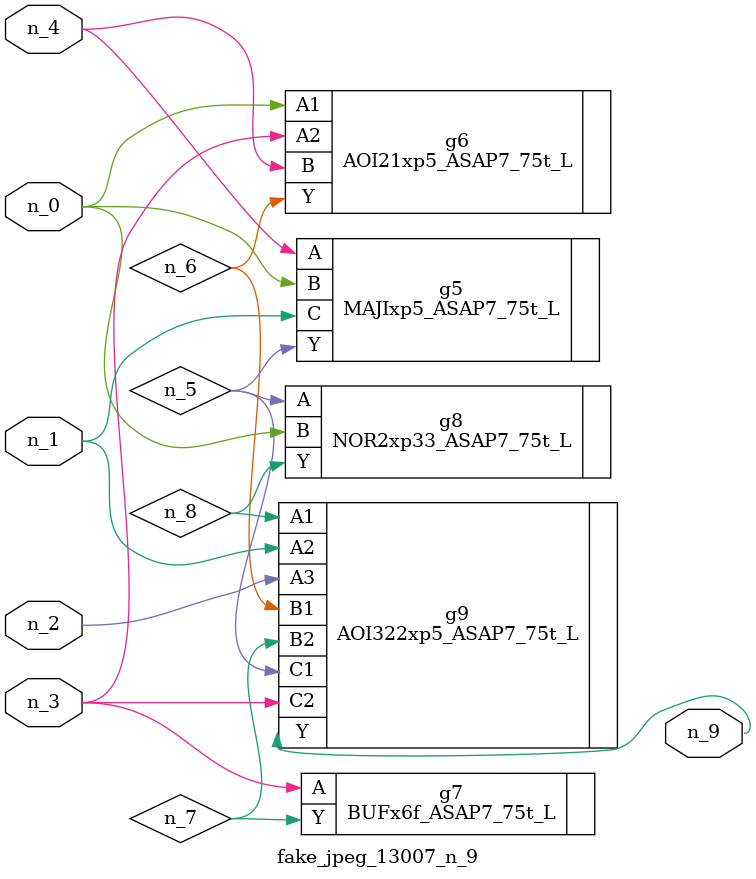
<source format=v>
module fake_jpeg_13007_n_9 (n_3, n_2, n_1, n_0, n_4, n_9);

input n_3;
input n_2;
input n_1;
input n_0;
input n_4;

output n_9;

wire n_8;
wire n_6;
wire n_5;
wire n_7;

MAJIxp5_ASAP7_75t_L g5 ( 
.A(n_4),
.B(n_0),
.C(n_1),
.Y(n_5)
);

AOI21xp5_ASAP7_75t_L g6 ( 
.A1(n_0),
.A2(n_3),
.B(n_4),
.Y(n_6)
);

BUFx6f_ASAP7_75t_L g7 ( 
.A(n_3),
.Y(n_7)
);

NOR2xp33_ASAP7_75t_L g8 ( 
.A(n_5),
.B(n_0),
.Y(n_8)
);

AOI322xp5_ASAP7_75t_L g9 ( 
.A1(n_8),
.A2(n_1),
.A3(n_2),
.B1(n_6),
.B2(n_7),
.C1(n_5),
.C2(n_3),
.Y(n_9)
);


endmodule
</source>
